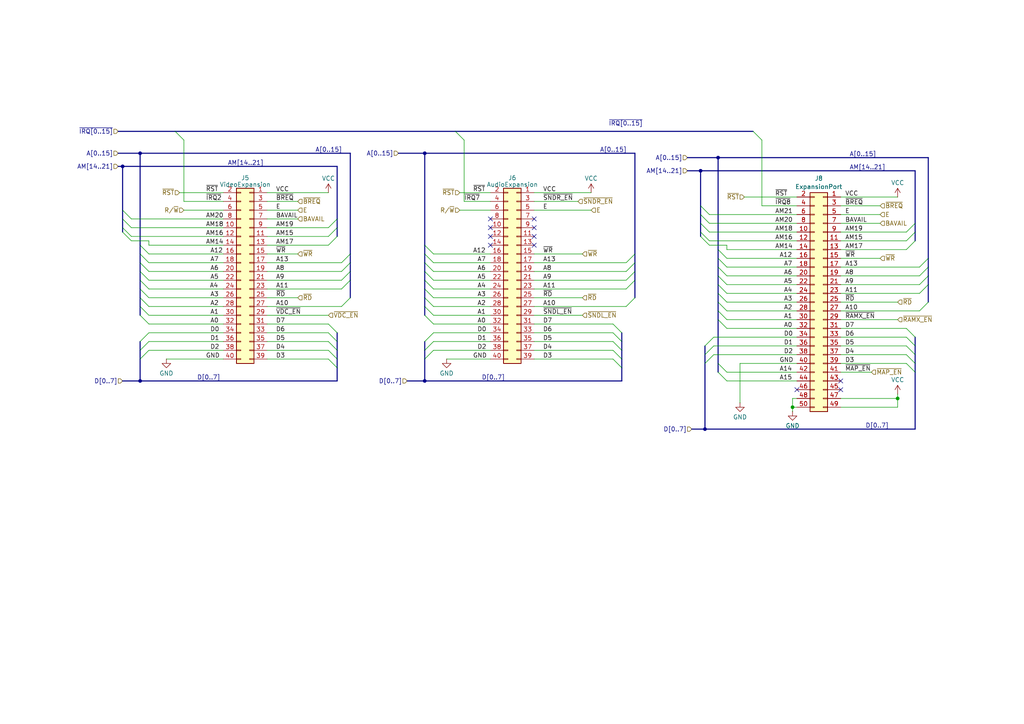
<source format=kicad_sch>
(kicad_sch (version 20231120) (generator "eeschema") (generator_version "8.0")
  (paper "A4")
  (lib_symbols
    (symbol "Connector_Generic:Conn_02x20_Odd_Even" (pin_names (offset 1.016) hide)
      (property "Reference" "J" (at 1.27 25.4 0))
      (property "Value" "Conn_02x20_Odd_Even" (at 1.27 -27.94 0))
      (symbol "Conn_02x20_Odd_Even_1_1"
        (rectangle (start -1.27 -25.273) (end 0 -25.527) (stroke (width 0.1524)))
        (rectangle (start -1.27 -22.733) (end 0 -22.987) (stroke (width 0.1524)))
        (rectangle (start -1.27 -20.193) (end 0 -20.447) (stroke (width 0.1524)))
        (rectangle (start -1.27 -17.653) (end 0 -17.907) (stroke (width 0.1524)))
        (rectangle (start -1.27 -15.113) (end 0 -15.367) (stroke (width 0.1524)))
        (rectangle (start -1.27 -12.573) (end 0 -12.827) (stroke (width 0.1524)))
        (rectangle (start -1.27 -10.033) (end 0 -10.287) (stroke (width 0.1524)))
        (rectangle (start -1.27 -7.493) (end 0 -7.747) (stroke (width 0.1524)))
        (rectangle (start -1.27 -4.953) (end 0 -5.207) (stroke (width 0.1524)))
        (rectangle (start -1.27 -2.413) (end 0 -2.667) (stroke (width 0.1524)))
        (rectangle (start -1.27 0.127) (end 0 -0.127) (stroke (width 0.1524)))
        (rectangle (start -1.27 2.667) (end 0 2.413) (stroke (width 0.1524)))
        (rectangle (start -1.27 5.207) (end 0 4.953) (stroke (width 0.1524)))
        (rectangle (start -1.27 7.747) (end 0 7.493) (stroke (width 0.1524)))
        (rectangle (start -1.27 10.287) (end 0 10.033) (stroke (width 0.1524)))
        (rectangle (start -1.27 12.827) (end 0 12.573) (stroke (width 0.1524)))
        (rectangle (start -1.27 15.367) (end 0 15.113) (stroke (width 0.1524)))
        (rectangle (start -1.27 17.907) (end 0 17.653) (stroke (width 0.1524)))
        (rectangle (start -1.27 20.447) (end 0 20.193) (stroke (width 0.1524)))
        (rectangle (start -1.27 22.987) (end 0 22.733) (stroke (width 0.1524)))
        (rectangle (start -1.27 24.13) (end 3.81 -26.67) (stroke (width 0.254)) (fill (type background)))
        (rectangle (start 3.81 -25.273) (end 2.54 -25.527) (stroke (width 0.1524)))
        (rectangle (start 3.81 -22.733) (end 2.54 -22.987) (stroke (width 0.1524)))
        (rectangle (start 3.81 -20.193) (end 2.54 -20.447) (stroke (width 0.1524)))
        (rectangle (start 3.81 -17.653) (end 2.54 -17.907) (stroke (width 0.1524)))
        (rectangle (start 3.81 -15.113) (end 2.54 -15.367) (stroke (width 0.1524)))
        (rectangle (start 3.81 -12.573) (end 2.54 -12.827) (stroke (width 0.1524)))
        (rectangle (start 3.81 -10.033) (end 2.54 -10.287) (stroke (width 0.1524)))
        (rectangle (start 3.81 -7.493) (end 2.54 -7.747) (stroke (width 0.1524)))
        (rectangle (start 3.81 -4.953) (end 2.54 -5.207) (stroke (width 0.1524)))
        (rectangle (start 3.81 -2.413) (end 2.54 -2.667) (stroke (width 0.1524)))
        (rectangle (start 3.81 0.127) (end 2.54 -0.127) (stroke (width 0.1524)))
        (rectangle (start 3.81 2.667) (end 2.54 2.413) (stroke (width 0.1524)))
        (rectangle (start 3.81 5.207) (end 2.54 4.953) (stroke (width 0.1524)))
        (rectangle (start 3.81 7.747) (end 2.54 7.493) (stroke (width 0.1524)))
        (rectangle (start 3.81 10.287) (end 2.54 10.033) (stroke (width 0.1524)))
        (rectangle (start 3.81 12.827) (end 2.54 12.573) (stroke (width 0.1524)))
        (rectangle (start 3.81 15.367) (end 2.54 15.113) (stroke (width 0.1524)))
        (rectangle (start 3.81 17.907) (end 2.54 17.653) (stroke (width 0.1524)))
        (rectangle (start 3.81 20.447) (end 2.54 20.193) (stroke (width 0.1524)))
        (rectangle (start 3.81 22.987) (end 2.54 22.733) (stroke (width 0.1524)))
        (pin passive line (at -5.08 22.86 0) (length 3.81) (name "Pin_1") (number "1"))
        (pin passive line (at 7.62 12.7 180) (length 3.81) (name "Pin_10") (number "10"))
        (pin passive line (at -5.08 10.16 0) (length 3.81) (name "Pin_11") (number "11"))
        (pin passive line (at 7.62 10.16 180) (length 3.81) (name "Pin_12") (number "12"))
        (pin passive line (at -5.08 7.62 0) (length 3.81) (name "Pin_13") (number "13"))
        (pin passive line (at 7.62 7.62 180) (length 3.81) (name "Pin_14") (number "14"))
        (pin passive line (at -5.08 5.08 0) (length 3.81) (name "Pin_15") (number "15"))
        (pin passive line (at 7.62 5.08 180) (length 3.81) (name "Pin_16") (number "16"))
        (pin passive line (at -5.08 2.54 0) (length 3.81) (name "Pin_17") (number "17"))
        (pin passive line (at 7.62 2.54 180) (length 3.81) (name "Pin_18") (number "18"))
        (pin passive line (at -5.08 0 0) (length 3.81) (name "Pin_19") (number "19"))
        (pin passive line (at 7.62 22.86 180) (length 3.81) (name "Pin_2") (number "2"))
        (pin passive line (at 7.62 0 180) (length 3.81) (name "Pin_20") (number "20"))
        (pin passive line (at -5.08 -2.54 0) (length 3.81) (name "Pin_21") (number "21"))
        (pin passive line (at 7.62 -2.54 180) (length 3.81) (name "Pin_22") (number "22"))
        (pin passive line (at -5.08 -5.08 0) (length 3.81) (name "Pin_23") (number "23"))
        (pin passive line (at 7.62 -5.08 180) (length 3.81) (name "Pin_24") (number "24"))
        (pin passive line (at -5.08 -7.62 0) (length 3.81) (name "Pin_25") (number "25"))
        (pin passive line (at 7.62 -7.62 180) (length 3.81) (name "Pin_26") (number "26"))
        (pin passive line (at -5.08 -10.16 0) (length 3.81) (name "Pin_27") (number "27"))
        (pin passive line (at 7.62 -10.16 180) (length 3.81) (name "Pin_28") (number "28"))
        (pin passive line (at -5.08 -12.7 0) (length 3.81) (name "Pin_29") (number "29"))
        (pin passive line (at -5.08 20.32 0) (length 3.81) (name "Pin_3") (number "3"))
        (pin passive line (at 7.62 -12.7 180) (length 3.81) (name "Pin_30") (number "30"))
        (pin passive line (at -5.08 -15.24 0) (length 3.81) (name "Pin_31") (number "31"))
        (pin passive line (at 7.62 -15.24 180) (length 3.81) (name "Pin_32") (number "32"))
        (pin passive line (at -5.08 -17.78 0) (length 3.81) (name "Pin_33") (number "33"))
        (pin passive line (at 7.62 -17.78 180) (length 3.81) (name "Pin_34") (number "34"))
        (pin passive line (at -5.08 -20.32 0) (length 3.81) (name "Pin_35") (number "35"))
        (pin passive line (at 7.62 -20.32 180) (length 3.81) (name "Pin_36") (number "36"))
        (pin passive line (at -5.08 -22.86 0) (length 3.81) (name "Pin_37") (number "37"))
        (pin passive line (at 7.62 -22.86 180) (length 3.81) (name "Pin_38") (number "38"))
        (pin passive line (at -5.08 -25.4 0) (length 3.81) (name "Pin_39") (number "39"))
        (pin passive line (at 7.62 20.32 180) (length 3.81) (name "Pin_4") (number "4"))
        (pin passive line (at 7.62 -25.4 180) (length 3.81) (name "Pin_40") (number "40"))
        (pin passive line (at -5.08 17.78 0) (length 3.81) (name "Pin_5") (number "5"))
        (pin passive line (at 7.62 17.78 180) (length 3.81) (name "Pin_6") (number "6"))
        (pin passive line (at -5.08 15.24 0) (length 3.81) (name "Pin_7") (number "7"))
        (pin passive line (at 7.62 15.24 180) (length 3.81) (name "Pin_8") (number "8"))
        (pin passive line (at -5.08 12.7 0) (length 3.81) (name "Pin_9") (number "9"))
      )
    )
    (symbol "Connector_Generic:Conn_02x25_Odd_Even" (pin_names (offset 1.016) hide)
      (property "Reference" "J" (at 1.27 33.02 0))
      (property "Value" "Conn_02x25_Odd_Even" (at 1.27 -33.02 0))
      (symbol "Conn_02x25_Odd_Even_1_1"
        (rectangle (start -1.27 -30.353) (end 0 -30.607) (stroke (width 0.1524)))
        (rectangle (start -1.27 -27.813) (end 0 -28.067) (stroke (width 0.1524)))
        (rectangle (start -1.27 -25.273) (end 0 -25.527) (stroke (width 0.1524)))
        (rectangle (start -1.27 -22.733) (end 0 -22.987) (stroke (width 0.1524)))
        (rectangle (start -1.27 -20.193) (end 0 -20.447) (stroke (width 0.1524)))
        (rectangle (start -1.27 -17.653) (end 0 -17.907) (stroke (width 0.1524)))
        (rectangle (start -1.27 -15.113) (end 0 -15.367) (stroke (width 0.1524)))
        (rectangle (start -1.27 -12.573) (end 0 -12.827) (stroke (width 0.1524)))
        (rectangle (start -1.27 -10.033) (end 0 -10.287) (stroke (width 0.1524)))
        (rectangle (start -1.27 -7.493) (end 0 -7.747) (stroke (width 0.1524)))
        (rectangle (start -1.27 -4.953) (end 0 -5.207) (stroke (width 0.1524)))
        (rectangle (start -1.27 -2.413) (end 0 -2.667) (stroke (width 0.1524)))
        (rectangle (start -1.27 0.127) (end 0 -0.127) (stroke (width 0.1524)))
        (rectangle (start -1.27 2.667) (end 0 2.413) (stroke (width 0.1524)))
        (rectangle (start -1.27 5.207) (end 0 4.953) (stroke (width 0.1524)))
        (rectangle (start -1.27 7.747) (end 0 7.493) (stroke (width 0.1524)))
        (rectangle (start -1.27 10.287) (end 0 10.033) (stroke (width 0.1524)))
        (rectangle (start -1.27 12.827) (end 0 12.573) (stroke (width 0.1524)))
        (rectangle (start -1.27 15.367) (end 0 15.113) (stroke (width 0.1524)))
        (rectangle (start -1.27 17.907) (end 0 17.653) (stroke (width 0.1524)))
        (rectangle (start -1.27 20.447) (end 0 20.193) (stroke (width 0.1524)))
        (rectangle (start -1.27 22.987) (end 0 22.733) (stroke (width 0.1524)))
        (rectangle (start -1.27 25.527) (end 0 25.273) (stroke (width 0.1524)))
        (rectangle (start -1.27 28.067) (end 0 27.813) (stroke (width 0.1524)))
        (rectangle (start -1.27 30.607) (end 0 30.353) (stroke (width 0.1524)))
        (rectangle (start -1.27 31.75) (end 3.81 -31.75) (stroke (width 0.254)) (fill (type background)))
        (rectangle (start 3.81 -30.353) (end 2.54 -30.607) (stroke (width 0.1524)))
        (rectangle (start 3.81 -27.813) (end 2.54 -28.067) (stroke (width 0.1524)))
        (rectangle (start 3.81 -25.273) (end 2.54 -25.527) (stroke (width 0.1524)))
        (rectangle (start 3.81 -22.733) (end 2.54 -22.987) (stroke (width 0.1524)))
        (rectangle (start 3.81 -20.193) (end 2.54 -20.447) (stroke (width 0.1524)))
        (rectangle (start 3.81 -17.653) (end 2.54 -17.907) (stroke (width 0.1524)))
        (rectangle (start 3.81 -15.113) (end 2.54 -15.367) (stroke (width 0.1524)))
        (rectangle (start 3.81 -12.573) (end 2.54 -12.827) (stroke (width 0.1524)))
        (rectangle (start 3.81 -10.033) (end 2.54 -10.287) (stroke (width 0.1524)))
        (rectangle (start 3.81 -7.493) (end 2.54 -7.747) (stroke (width 0.1524)))
        (rectangle (start 3.81 -4.953) (end 2.54 -5.207) (stroke (width 0.1524)))
        (rectangle (start 3.81 -2.413) (end 2.54 -2.667) (stroke (width 0.1524)))
        (rectangle (start 3.81 0.127) (end 2.54 -0.127) (stroke (width 0.1524)))
        (rectangle (start 3.81 2.667) (end 2.54 2.413) (stroke (width 0.1524)))
        (rectangle (start 3.81 5.207) (end 2.54 4.953) (stroke (width 0.1524)))
        (rectangle (start 3.81 7.747) (end 2.54 7.493) (stroke (width 0.1524)))
        (rectangle (start 3.81 10.287) (end 2.54 10.033) (stroke (width 0.1524)))
        (rectangle (start 3.81 12.827) (end 2.54 12.573) (stroke (width 0.1524)))
        (rectangle (start 3.81 15.367) (end 2.54 15.113) (stroke (width 0.1524)))
        (rectangle (start 3.81 17.907) (end 2.54 17.653) (stroke (width 0.1524)))
        (rectangle (start 3.81 20.447) (end 2.54 20.193) (stroke (width 0.1524)))
        (rectangle (start 3.81 22.987) (end 2.54 22.733) (stroke (width 0.1524)))
        (rectangle (start 3.81 25.527) (end 2.54 25.273) (stroke (width 0.1524)))
        (rectangle (start 3.81 28.067) (end 2.54 27.813) (stroke (width 0.1524)))
        (rectangle (start 3.81 30.607) (end 2.54 30.353) (stroke (width 0.1524)))
        (pin passive line (at -5.08 30.48 0) (length 3.81) (name "Pin_1") (number "1"))
        (pin passive line (at 7.62 20.32 180) (length 3.81) (name "Pin_10") (number "10"))
        (pin passive line (at -5.08 17.78 0) (length 3.81) (name "Pin_11") (number "11"))
        (pin passive line (at 7.62 17.78 180) (length 3.81) (name "Pin_12") (number "12"))
        (pin passive line (at -5.08 15.24 0) (length 3.81) (name "Pin_13") (number "13"))
        (pin passive line (at 7.62 15.24 180) (length 3.81) (name "Pin_14") (number "14"))
        (pin passive line (at -5.08 12.7 0) (length 3.81) (name "Pin_15") (number "15"))
        (pin passive line (at 7.62 12.7 180) (length 3.81) (name "Pin_16") (number "16"))
        (pin passive line (at -5.08 10.16 0) (length 3.81) (name "Pin_17") (number "17"))
        (pin passive line (at 7.62 10.16 180) (length 3.81) (name "Pin_18") (number "18"))
        (pin passive line (at -5.08 7.62 0) (length 3.81) (name "Pin_19") (number "19"))
        (pin passive line (at 7.62 30.48 180) (length 3.81) (name "Pin_2") (number "2"))
        (pin passive line (at 7.62 7.62 180) (length 3.81) (name "Pin_20") (number "20"))
        (pin passive line (at -5.08 5.08 0) (length 3.81) (name "Pin_21") (number "21"))
        (pin passive line (at 7.62 5.08 180) (length 3.81) (name "Pin_22") (number "22"))
        (pin passive line (at -5.08 2.54 0) (length 3.81) (name "Pin_23") (number "23"))
        (pin passive line (at 7.62 2.54 180) (length 3.81) (name "Pin_24") (number "24"))
        (pin passive line (at -5.08 0 0) (length 3.81) (name "Pin_25") (number "25"))
        (pin passive line (at 7.62 0 180) (length 3.81) (name "Pin_26") (number "26"))
        (pin passive line (at -5.08 -2.54 0) (length 3.81) (name "Pin_27") (number "27"))
        (pin passive line (at 7.62 -2.54 180) (length 3.81) (name "Pin_28") (number "28"))
        (pin passive line (at -5.08 -5.08 0) (length 3.81) (name "Pin_29") (number "29"))
        (pin passive line (at -5.08 27.94 0) (length 3.81) (name "Pin_3") (number "3"))
        (pin passive line (at 7.62 -5.08 180) (length 3.81) (name "Pin_30") (number "30"))
        (pin passive line (at -5.08 -7.62 0) (length 3.81) (name "Pin_31") (number "31"))
        (pin passive line (at 7.62 -7.62 180) (length 3.81) (name "Pin_32") (number "32"))
        (pin passive line (at -5.08 -10.16 0) (length 3.81) (name "Pin_33") (number "33"))
        (pin passive line (at 7.62 -10.16 180) (length 3.81) (name "Pin_34") (number "34"))
        (pin passive line (at -5.08 -12.7 0) (length 3.81) (name "Pin_35") (number "35"))
        (pin passive line (at 7.62 -12.7 180) (length 3.81) (name "Pin_36") (number "36"))
        (pin passive line (at -5.08 -15.24 0) (length 3.81) (name "Pin_37") (number "37"))
        (pin passive line (at 7.62 -15.24 180) (length 3.81) (name "Pin_38") (number "38"))
        (pin passive line (at -5.08 -17.78 0) (length 3.81) (name "Pin_39") (number "39"))
        (pin passive line (at 7.62 27.94 180) (length 3.81) (name "Pin_4") (number "4"))
        (pin passive line (at 7.62 -17.78 180) (length 3.81) (name "Pin_40") (number "40"))
        (pin passive line (at -5.08 -20.32 0) (length 3.81) (name "Pin_41") (number "41"))
        (pin passive line (at 7.62 -20.32 180) (length 3.81) (name "Pin_42") (number "42"))
        (pin passive line (at -5.08 -22.86 0) (length 3.81) (name "Pin_43") (number "43"))
        (pin passive line (at 7.62 -22.86 180) (length 3.81) (name "Pin_44") (number "44"))
        (pin passive line (at -5.08 -25.4 0) (length 3.81) (name "Pin_45") (number "45"))
        (pin passive line (at 7.62 -25.4 180) (length 3.81) (name "Pin_46") (number "46"))
        (pin passive line (at -5.08 -27.94 0) (length 3.81) (name "Pin_47") (number "47"))
        (pin passive line (at 7.62 -27.94 180) (length 3.81) (name "Pin_48") (number "48"))
        (pin passive line (at -5.08 -30.48 0) (length 3.81) (name "Pin_49") (number "49"))
        (pin passive line (at -5.08 25.4 0) (length 3.81) (name "Pin_5") (number "5"))
        (pin passive line (at 7.62 -30.48 180) (length 3.81) (name "Pin_50") (number "50"))
        (pin passive line (at 7.62 25.4 180) (length 3.81) (name "Pin_6") (number "6"))
        (pin passive line (at -5.08 22.86 0) (length 3.81) (name "Pin_7") (number "7"))
        (pin passive line (at 7.62 22.86 180) (length 3.81) (name "Pin_8") (number "8"))
        (pin passive line (at -5.08 20.32 0) (length 3.81) (name "Pin_9") (number "9"))
      )
    )
    (symbol "power:GND" (power) (pin_numbers hide) (pin_names (offset 0) hide)
      (property "Value" "GND" (at 0 -3.81 0))
      (symbol "GND_0_1"
        (polyline (pts (xy 0 0) (xy 0 -1.27) (xy 1.27 -1.27) (xy 0 -2.54) (xy -1.27 -1.27) (xy 0 -1.27)))
      )
      (symbol "GND_1_1"
        (pin power_in line (at 0 0 270) (length 0) (name "~") (number "1"))
      )
    )
    (symbol "power:VCC" (power) (pin_numbers hide) (pin_names (offset 0) hide)
      (property "Value" "VCC" (at 0 3.556 0))
      (symbol "VCC_0_1"
        (polyline (pts (xy -0.762 1.27) (xy 0 2.54)))
        (polyline (pts (xy 0 0) (xy 0 2.54)))
        (polyline (pts (xy 0 2.54) (xy 0.762 1.27)))
      )
      (symbol "VCC_1_1"
        (pin power_in line (at 0 0 90) (length 0) (name "~") (number "1"))
      )
    )
  )
  (junction (at 204.47 124.46))
  (junction (at 40.64 110.49))
  (junction (at 40.64 44.45))
  (junction (at 260.35 115.57))
  (junction (at 203.2 49.53))
  (junction (at 123.19 110.49))
  (junction (at 229.87 118.11))
  (junction (at 35.56 48.26))
  (junction (at 123.19 44.45))
  (junction (at 208.28 45.72))
  (no_connect (at 154.94 63.5))
  (no_connect (at 243.84 110.49))
  (no_connect (at 142.24 66.04))
  (no_connect (at 154.94 71.12))
  (no_connect (at 231.14 113.03))
  (no_connect (at 142.24 63.5))
  (no_connect (at 142.24 68.58))
  (no_connect (at 154.94 68.58))
  (no_connect (at 154.94 66.04))
  (no_connect (at 243.84 113.03))
  (no_connect (at 142.24 71.12))
  (bus_entry (at 205.74 64.77) (size -2.54 -2.54))
  (bus_entry (at 210.82 77.47) (size -2.54 -2.54))
  (bus_entry (at 43.18 88.9) (size -2.54 -2.54))
  (bus_entry (at 95.25 66.04) (size 2.54 -2.54))
  (bus_entry (at 40.64 99.06) (size 2.54 -2.54))
  (bus_entry (at 125.73 86.36) (size -2.54 -2.54))
  (bus_entry (at 266.7 85.09) (size 2.54 -2.54))
  (bus_entry (at 210.82 87.63) (size -2.54 -2.54))
  (bus_entry (at 43.18 81.28) (size -2.54 -2.54))
  (bus_entry (at 123.19 99.06) (size 2.54 -2.54))
  (bus_entry (at 210.82 92.71) (size -2.54 -2.54))
  (bus_entry (at 210.82 74.93) (size -2.54 -2.54))
  (bus_entry (at 205.74 71.12) (size -2.54 -2.54))
  (bus_entry (at 208.28 105.41) (size 2.54 2.54))
  (bus_entry (at 95.25 96.52) (size 2.54 2.54))
  (bus_entry (at 95.25 104.14) (size 2.54 2.54))
  (bus_entry (at 208.28 82.55) (size 2.54 2.54))
  (bus_entry (at 99.06 83.82) (size 2.54 -2.54))
  (bus_entry (at 95.25 93.98) (size 2.54 2.54))
  (bus_entry (at 262.89 100.33) (size 2.54 2.54))
  (bus_entry (at 262.89 97.79) (size 2.54 2.54))
  (bus_entry (at 262.89 69.85) (size 2.54 -2.54))
  (bus_entry (at 205.74 69.85) (size -2.54 -2.54))
  (bus_entry (at 35.56 66.04) (size 2.54 2.54))
  (bus_entry (at 204.47 105.41) (size 2.54 -2.54))
  (bus_entry (at 95.25 101.6) (size 2.54 2.54))
  (bus_entry (at 266.7 80.01) (size 2.54 -2.54))
  (bus_entry (at 43.18 73.66) (size -2.54 -2.54))
  (bus_entry (at 99.06 78.74) (size 2.54 -2.54))
  (bus_entry (at 177.8 99.06) (size 2.54 2.54))
  (bus_entry (at 43.18 91.44) (size -2.54 -2.54))
  (bus_entry (at 205.74 62.23) (size -2.54 -2.54))
  (bus_entry (at 99.06 81.28) (size 2.54 -2.54))
  (bus_entry (at 204.47 102.87) (size 2.54 -2.54))
  (bus_entry (at 35.56 60.96) (size 2.54 2.54))
  (bus_entry (at 40.64 101.6) (size 2.54 -2.54))
  (bus_entry (at 43.18 78.74) (size -2.54 -2.54))
  (bus_entry (at 35.56 67.31) (size 2.54 2.54))
  (bus_entry (at 262.89 72.39) (size 2.54 -2.54))
  (bus_entry (at 123.19 101.6) (size 2.54 -2.54))
  (bus_entry (at 177.8 93.98) (size 2.54 2.54))
  (bus_entry (at 40.64 104.14) (size 2.54 -2.54))
  (bus_entry (at 35.56 63.5) (size 2.54 2.54))
  (bus_entry (at 205.74 67.31) (size -2.54 -2.54))
  (bus_entry (at 181.61 81.28) (size 2.54 -2.54))
  (bus_entry (at 43.18 86.36) (size -2.54 -2.54))
  (bus_entry (at 95.25 68.58) (size 2.54 -2.54))
  (bus_entry (at 43.18 83.82) (size -2.54 -2.54))
  (bus_entry (at 262.89 102.87) (size 2.54 2.54))
  (bus_entry (at 125.73 88.9) (size -2.54 -2.54))
  (bus_entry (at 262.89 95.25) (size 2.54 2.54))
  (bus_entry (at 204.47 100.33) (size 2.54 -2.54))
  (bus_entry (at 95.25 71.12) (size 2.54 -2.54))
  (bus_entry (at 208.28 107.95) (size 2.54 2.54))
  (bus_entry (at 125.73 91.44) (size -2.54 -2.54))
  (bus_entry (at 210.82 80.01) (size -2.54 -2.54))
  (bus_entry (at 123.19 104.14) (size 2.54 -2.54))
  (bus_entry (at 132.08 38.1) (size 2.54 2.54))
  (bus_entry (at 181.61 76.2) (size 2.54 -2.54))
  (bus_entry (at 181.61 78.74) (size 2.54 -2.54))
  (bus_entry (at 210.82 95.25) (size -2.54 -2.54))
  (bus_entry (at 181.61 88.9) (size 2.54 -2.54))
  (bus_entry (at 125.73 81.28) (size -2.54 -2.54))
  (bus_entry (at 125.73 73.66) (size -2.54 -2.54))
  (bus_entry (at 266.7 77.47) (size 2.54 -2.54))
  (bus_entry (at 50.8 38.1) (size 2.54 2.54))
  (bus_entry (at 99.06 88.9) (size 2.54 -2.54))
  (bus_entry (at 177.8 101.6) (size 2.54 2.54))
  (bus_entry (at 262.89 67.31) (size 2.54 -2.54))
  (bus_entry (at 99.06 76.2) (size 2.54 -2.54))
  (bus_entry (at 43.18 76.2) (size -2.54 -2.54))
  (bus_entry (at 218.44 38.1) (size 2.54 2.54))
  (bus_entry (at 43.18 93.98) (size -2.54 -2.54))
  (bus_entry (at 266.7 82.55) (size 2.54 -2.54))
  (bus_entry (at 266.7 90.17) (size 2.54 -2.54))
  (bus_entry (at 210.82 90.17) (size -2.54 -2.54))
  (bus_entry (at 125.73 93.98) (size -2.54 -2.54))
  (bus_entry (at 177.8 104.14) (size 2.54 2.54))
  (bus_entry (at 95.25 99.06) (size 2.54 2.54))
  (bus_entry (at 123.19 81.28) (size 2.54 2.54))
  (bus_entry (at 125.73 76.2) (size -2.54 -2.54))
  (bus_entry (at 262.89 105.41) (size 2.54 2.54))
  (bus_entry (at 210.82 82.55) (size -2.54 -2.54))
  (bus_entry (at 125.73 78.74) (size -2.54 -2.54))
  (bus_entry (at 177.8 96.52) (size 2.54 2.54))
  (bus_entry (at 181.61 83.82) (size 2.54 -2.54))
  (bus (pts (xy 265.43 105.41) (xy 265.43 107.95)))
  (bus (pts (xy 97.79 99.06) (xy 97.79 101.6)))
  (wire (pts (xy 243.84 57.15) (xy 260.35 57.15)))
  (bus (pts (xy 184.15 73.66) (xy 184.15 76.2)))
  (wire (pts (xy 229.87 118.11) (xy 231.14 118.11)))
  (wire (pts (xy 125.73 88.9) (xy 142.24 88.9)))
  (bus (pts (xy 40.64 81.28) (xy 40.64 78.74)))
  (bus (pts (xy 97.79 104.14) (xy 97.79 106.68)))
  (bus (pts (xy 265.43 64.77) (xy 265.43 49.53)))
  (wire (pts (xy 210.82 80.01) (xy 231.14 80.01)))
  (wire (pts (xy 231.14 115.57) (xy 229.87 115.57)))
  (bus (pts (xy 180.34 106.68) (xy 180.34 110.49)))
  (bus (pts (xy 180.34 104.14) (xy 180.34 106.68)))
  (bus (pts (xy 40.64 91.44) (xy 40.64 88.9)))
  (wire (pts (xy 154.94 81.28) (xy 181.61 81.28)))
  (wire (pts (xy 43.18 93.98) (xy 64.77 93.98)))
  (wire (pts (xy 243.84 85.09) (xy 266.7 85.09)))
  (bus (pts (xy 101.6 81.28) (xy 101.6 86.36)))
  (bus (pts (xy 123.19 78.74) (xy 123.19 76.2)))
  (wire (pts (xy 77.47 86.36) (xy 86.36 86.36)))
  (wire (pts (xy 133.35 55.88) (xy 142.24 55.88)))
  (bus (pts (xy 200.66 124.46) (xy 204.47 124.46)))
  (wire (pts (xy 43.18 88.9) (xy 64.77 88.9)))
  (bus (pts (xy 40.64 44.45) (xy 101.6 44.45)))
  (wire (pts (xy 214.63 105.41) (xy 231.14 105.41)))
  (bus (pts (xy 97.79 66.04) (xy 97.79 63.5)))
  (bus (pts (xy 208.28 72.39) (xy 208.28 74.93)))
  (bus (pts (xy 265.43 67.31) (xy 265.43 64.77)))
  (bus (pts (xy 269.24 45.72) (xy 269.24 74.93)))
  (wire (pts (xy 133.35 60.96) (xy 142.24 60.96)))
  (bus (pts (xy 101.6 78.74) (xy 101.6 81.28)))
  (wire (pts (xy 77.47 99.06) (xy 95.25 99.06)))
  (wire (pts (xy 77.47 68.58) (xy 95.25 68.58)))
  (bus (pts (xy 101.6 76.2) (xy 101.6 78.74)))
  (wire (pts (xy 243.84 80.01) (xy 266.7 80.01)))
  (wire (pts (xy 220.98 59.69) (xy 231.14 59.69)))
  (bus (pts (xy 208.28 77.47) (xy 208.28 74.93)))
  (wire (pts (xy 43.18 71.12) (xy 64.77 71.12)))
  (wire (pts (xy 154.94 96.52) (xy 177.8 96.52)))
  (bus (pts (xy 180.34 110.49) (xy 123.19 110.49)))
  (bus (pts (xy 265.43 69.85) (xy 265.43 67.31)))
  (wire (pts (xy 229.87 115.57) (xy 229.87 118.11)))
  (wire (pts (xy 125.73 96.52) (xy 142.24 96.52)))
  (wire (pts (xy 43.18 78.74) (xy 64.77 78.74)))
  (bus (pts (xy 40.64 73.66) (xy 40.64 71.12)))
  (bus (pts (xy 208.28 92.71) (xy 208.28 105.41)))
  (bus (pts (xy 101.6 73.66) (xy 101.6 76.2)))
  (wire (pts (xy 210.82 72.39) (xy 231.14 72.39)))
  (wire (pts (xy 77.47 55.88) (xy 95.25 55.88)))
  (wire (pts (xy 125.73 93.98) (xy 142.24 93.98)))
  (bus (pts (xy 123.19 78.74) (xy 123.19 81.28)))
  (wire (pts (xy 243.84 92.71) (xy 260.35 92.71)))
  (wire (pts (xy 210.82 87.63) (xy 231.14 87.63)))
  (wire (pts (xy 77.47 76.2) (xy 99.06 76.2)))
  (bus (pts (xy 184.15 81.28) (xy 184.15 86.36)))
  (wire (pts (xy 243.84 100.33) (xy 262.89 100.33)))
  (wire (pts (xy 77.47 78.74) (xy 99.06 78.74)))
  (wire (pts (xy 125.73 83.82) (xy 142.24 83.82)))
  (wire (pts (xy 243.84 90.17) (xy 266.7 90.17)))
  (wire (pts (xy 77.47 73.66) (xy 86.36 73.66)))
  (wire (pts (xy 220.98 40.64) (xy 220.98 59.69)))
  (wire (pts (xy 77.47 83.82) (xy 99.06 83.82)))
  (bus (pts (xy 208.28 82.55) (xy 208.28 85.09)))
  (wire (pts (xy 154.94 55.88) (xy 171.45 55.88)))
  (bus (pts (xy 123.19 99.06) (xy 123.19 101.6)))
  (bus (pts (xy 123.19 44.45) (xy 123.19 71.12)))
  (bus (pts (xy 40.64 110.49) (xy 35.56 110.49)))
  (bus (pts (xy 208.28 80.01) (xy 208.28 77.47)))
  (bus (pts (xy 203.2 62.23) (xy 203.2 64.77)))
  (bus (pts (xy 123.19 104.14) (xy 123.19 110.49)))
  (bus (pts (xy 50.8 38.1) (xy 132.08 38.1)))
  (wire (pts (xy 53.34 60.96) (xy 64.77 60.96)))
  (wire (pts (xy 43.18 101.6) (xy 64.77 101.6)))
  (wire (pts (xy 210.82 107.95) (xy 231.14 107.95)))
  (wire (pts (xy 210.82 85.09) (xy 231.14 85.09)))
  (bus (pts (xy 97.79 101.6) (xy 97.79 104.14)))
  (wire (pts (xy 38.1 66.04) (xy 64.77 66.04)))
  (wire (pts (xy 53.34 40.64) (xy 53.34 58.42)))
  (wire (pts (xy 243.84 87.63) (xy 260.35 87.63)))
  (bus (pts (xy 208.28 90.17) (xy 208.28 87.63)))
  (wire (pts (xy 243.84 72.39) (xy 262.89 72.39)))
  (wire (pts (xy 243.84 59.69) (xy 255.27 59.69)))
  (wire (pts (xy 125.73 76.2) (xy 142.24 76.2)))
  (bus (pts (xy 40.64 86.36) (xy 40.64 83.82)))
  (bus (pts (xy 269.24 77.47) (xy 269.24 80.01)))
  (wire (pts (xy 154.94 58.42) (xy 167.64 58.42)))
  (bus (pts (xy 208.28 105.41) (xy 208.28 107.95)))
  (bus (pts (xy 132.08 38.1) (xy 218.44 38.1)))
  (bus (pts (xy 269.24 80.01) (xy 269.24 82.55)))
  (wire (pts (xy 77.47 71.12) (xy 95.25 71.12)))
  (wire (pts (xy 207.01 97.79) (xy 231.14 97.79)))
  (bus (pts (xy 208.28 92.71) (xy 208.28 90.17)))
  (wire (pts (xy 243.84 97.79) (xy 262.89 97.79)))
  (wire (pts (xy 38.1 68.58) (xy 64.77 68.58)))
  (wire (pts (xy 243.84 64.77) (xy 255.27 64.77)))
  (bus (pts (xy 97.79 63.5) (xy 97.79 48.26)))
  (bus (pts (xy 208.28 80.01) (xy 208.28 82.55)))
  (wire (pts (xy 38.1 63.5) (xy 64.77 63.5)))
  (wire (pts (xy 43.18 99.06) (xy 64.77 99.06)))
  (wire (pts (xy 154.94 101.6) (xy 177.8 101.6)))
  (wire (pts (xy 125.73 86.36) (xy 142.24 86.36)))
  (wire (pts (xy 77.47 91.44) (xy 95.25 91.44)))
  (wire (pts (xy 154.94 86.36) (xy 168.91 86.36)))
  (wire (pts (xy 43.18 83.82) (xy 64.77 83.82)))
  (wire (pts (xy 154.94 83.82) (xy 181.61 83.82)))
  (bus (pts (xy 208.28 45.72) (xy 269.24 45.72)))
  (bus (pts (xy 40.64 78.74) (xy 40.64 76.2)))
  (wire (pts (xy 125.73 73.66) (xy 142.24 73.66)))
  (bus (pts (xy 40.64 101.6) (xy 40.64 104.14)))
  (wire (pts (xy 207.01 100.33) (xy 231.14 100.33)))
  (bus (pts (xy 269.24 74.93) (xy 269.24 77.47)))
  (wire (pts (xy 207.01 102.87) (xy 231.14 102.87)))
  (wire (pts (xy 43.18 91.44) (xy 64.77 91.44)))
  (bus (pts (xy 115.57 44.45) (xy 123.19 44.45)))
  (bus (pts (xy 40.64 99.06) (xy 40.64 101.6)))
  (wire (pts (xy 77.47 58.42) (xy 86.36 58.42)))
  (bus (pts (xy 203.2 67.31) (xy 203.2 68.58)))
  (wire (pts (xy 43.18 69.85) (xy 43.18 71.12)))
  (bus (pts (xy 180.34 101.6) (xy 180.34 104.14)))
  (bus (pts (xy 123.19 81.28) (xy 123.19 83.82)))
  (wire (pts (xy 210.82 110.49) (xy 231.14 110.49)))
  (wire (pts (xy 125.73 81.28) (xy 142.24 81.28)))
  (wire (pts (xy 243.84 115.57) (xy 260.35 115.57)))
  (wire (pts (xy 77.47 81.28) (xy 99.06 81.28)))
  (bus (pts (xy 123.19 86.36) (xy 123.19 83.82)))
  (wire (pts (xy 215.9 57.15) (xy 231.14 57.15)))
  (wire (pts (xy 243.84 82.55) (xy 266.7 82.55)))
  (wire (pts (xy 260.35 114.3) (xy 260.35 115.57)))
  (bus (pts (xy 34.29 44.45) (xy 40.64 44.45)))
  (wire (pts (xy 77.47 60.96) (xy 86.36 60.96)))
  (wire (pts (xy 154.94 104.14) (xy 177.8 104.14)))
  (bus (pts (xy 184.15 78.74) (xy 184.15 81.28)))
  (wire (pts (xy 154.94 88.9) (xy 181.61 88.9)))
  (wire (pts (xy 38.1 69.85) (xy 43.18 69.85)))
  (wire (pts (xy 154.94 76.2) (xy 181.61 76.2)))
  (wire (pts (xy 205.74 62.23) (xy 231.14 62.23)))
  (wire (pts (xy 77.47 101.6) (xy 95.25 101.6)))
  (bus (pts (xy 203.2 59.69) (xy 203.2 62.23)))
  (wire (pts (xy 129.54 104.14) (xy 142.24 104.14)))
  (bus (pts (xy 35.56 66.04) (xy 35.56 67.31)))
  (wire (pts (xy 210.82 92.71) (xy 231.14 92.71)))
  (bus (pts (xy 97.79 96.52) (xy 97.79 99.06)))
  (bus (pts (xy 123.19 110.49) (xy 118.11 110.49)))
  (wire (pts (xy 243.84 77.47) (xy 266.7 77.47)))
  (bus (pts (xy 180.34 99.06) (xy 180.34 101.6)))
  (wire (pts (xy 210.82 71.12) (xy 210.82 72.39)))
  (bus (pts (xy 265.43 102.87) (xy 265.43 105.41)))
  (bus (pts (xy 208.28 45.72) (xy 208.28 72.39)))
  (wire (pts (xy 229.87 118.11) (xy 229.87 119.38)))
  (wire (pts (xy 260.35 115.57) (xy 260.35 118.11)))
  (bus (pts (xy 123.19 76.2) (xy 123.19 73.66)))
  (wire (pts (xy 77.47 63.5) (xy 86.36 63.5)))
  (bus (pts (xy 199.39 49.53) (xy 203.2 49.53)))
  (bus (pts (xy 265.43 49.53) (xy 203.2 49.53)))
  (wire (pts (xy 205.74 69.85) (xy 231.14 69.85)))
  (bus (pts (xy 199.39 45.72) (xy 208.28 45.72)))
  (wire (pts (xy 205.74 67.31) (xy 231.14 67.31)))
  (bus (pts (xy 35.56 48.26) (xy 97.79 48.26)))
  (wire (pts (xy 205.74 64.77) (xy 231.14 64.77)))
  (wire (pts (xy 77.47 104.14) (xy 95.25 104.14)))
  (bus (pts (xy 97.79 106.68) (xy 97.79 110.49)))
  (wire (pts (xy 43.18 81.28) (xy 64.77 81.28)))
  (bus (pts (xy 265.43 100.33) (xy 265.43 102.87)))
  (wire (pts (xy 205.74 71.12) (xy 210.82 71.12)))
  (bus (pts (xy 204.47 105.41) (xy 204.47 102.87)))
  (wire (pts (xy 125.73 101.6) (xy 142.24 101.6)))
  (wire (pts (xy 210.82 77.47) (xy 231.14 77.47)))
  (bus (pts (xy 269.24 82.55) (xy 269.24 87.63)))
  (wire (pts (xy 210.82 82.55) (xy 231.14 82.55)))
  (wire (pts (xy 210.82 90.17) (xy 231.14 90.17)))
  (wire (pts (xy 134.62 58.42) (xy 142.24 58.42)))
  (wire (pts (xy 154.94 78.74) (xy 181.61 78.74)))
  (bus (pts (xy 35.56 63.5) (xy 35.56 66.04)))
  (wire (pts (xy 125.73 99.06) (xy 142.24 99.06)))
  (bus (pts (xy 184.15 76.2) (xy 184.15 78.74)))
  (wire (pts (xy 48.26 104.14) (xy 64.77 104.14)))
  (bus (pts (xy 208.28 85.09) (xy 208.28 87.63)))
  (wire (pts (xy 154.94 73.66) (xy 168.91 73.66)))
  (bus (pts (xy 40.64 76.2) (xy 40.64 73.66)))
  (bus (pts (xy 204.47 124.46) (xy 265.43 124.46)))
  (wire (pts (xy 210.82 74.93) (xy 231.14 74.93)))
  (bus (pts (xy 34.29 38.1) (xy 50.8 38.1)))
  (bus (pts (xy 123.19 88.9) (xy 123.19 86.36)))
  (bus (pts (xy 265.43 107.95) (xy 265.43 124.46)))
  (bus (pts (xy 204.47 102.87) (xy 204.47 100.33)))
  (wire (pts (xy 52.07 55.88) (xy 64.77 55.88)))
  (bus (pts (xy 40.64 104.14) (xy 40.64 110.49)))
  (wire (pts (xy 154.94 93.98) (xy 177.8 93.98)))
  (wire (pts (xy 77.47 96.52) (xy 95.25 96.52)))
  (wire (pts (xy 243.84 95.25) (xy 262.89 95.25)))
  (wire (pts (xy 125.73 91.44) (xy 142.24 91.44)))
  (bus (pts (xy 97.79 68.58) (xy 97.79 66.04)))
  (wire (pts (xy 243.84 67.31) (xy 262.89 67.31)))
  (wire (pts (xy 43.18 96.52) (xy 64.77 96.52)))
  (wire (pts (xy 154.94 91.44) (xy 168.91 91.44)))
  (wire (pts (xy 243.84 105.41) (xy 262.89 105.41)))
  (bus (pts (xy 40.64 88.9) (xy 40.64 86.36)))
  (wire (pts (xy 77.47 88.9) (xy 99.06 88.9)))
  (bus (pts (xy 180.34 96.52) (xy 180.34 99.06)))
  (wire (pts (xy 53.34 58.42) (xy 64.77 58.42)))
  (wire (pts (xy 243.84 107.95) (xy 252.73 107.95)))
  (bus (pts (xy 101.6 44.45) (xy 101.6 73.66)))
  (wire (pts (xy 43.18 86.36) (xy 64.77 86.36)))
  (bus (pts (xy 123.19 91.44) (xy 123.19 88.9)))
  (wire (pts (xy 125.73 78.74) (xy 142.24 78.74)))
  (wire (pts (xy 260.35 118.11) (xy 243.84 118.11)))
  (bus (pts (xy 35.56 48.26) (xy 35.56 60.96)))
  (wire (pts (xy 214.63 116.84) (xy 214.63 105.41)))
  (bus (pts (xy 97.79 110.49) (xy 40.64 110.49)))
  (wire (pts (xy 243.84 102.87) (xy 262.89 102.87)))
  (wire (pts (xy 77.47 66.04) (xy 95.25 66.04)))
  (bus (pts (xy 203.2 49.53) (xy 203.2 59.69)))
  (bus (pts (xy 184.15 44.45) (xy 184.15 73.66)))
  (bus (pts (xy 40.64 83.82) (xy 40.64 81.28)))
  (wire (pts (xy 243.84 62.23) (xy 255.27 62.23)))
  (wire (pts (xy 243.84 69.85) (xy 262.89 69.85)))
  (bus (pts (xy 265.43 97.79) (xy 265.43 100.33)))
  (bus (pts (xy 35.56 60.96) (xy 35.56 63.5)))
  (wire (pts (xy 43.18 73.66) (xy 64.77 73.66)))
  (wire (pts (xy 134.62 40.64) (xy 134.62 58.42)))
  (bus (pts (xy 40.64 44.45) (xy 40.64 71.12)))
  (bus (pts (xy 34.29 48.26) (xy 35.56 48.26)))
  (wire (pts (xy 77.47 93.98) (xy 95.25 93.98)))
  (wire (pts (xy 154.94 99.06) (xy 177.8 99.06)))
  (bus (pts (xy 203.2 64.77) (xy 203.2 67.31)))
  (bus (pts (xy 123.19 73.66) (xy 123.19 71.12)))
  (wire (pts (xy 154.94 60.96) (xy 171.45 60.96)))
  (wire (pts (xy 210.82 95.25) (xy 231.14 95.25)))
  (wire (pts (xy 243.84 74.93) (xy 255.27 74.93)))
  (bus (pts (xy 204.47 105.41) (xy 204.47 124.46)))
  (wire (pts (xy 43.18 76.2) (xy 64.77 76.2)))
  (bus (pts (xy 123.19 101.6) (xy 123.19 104.14)))
  (bus (pts (xy 123.19 44.45) (xy 184.15 44.45)))
  (label "A5" (at 60.96 81.28 0))
  (label "GND" (at 59.69 104.14 0))
  (label "AM14" (at 59.69 71.12 0))
  (label "A12" (at 137.16 73.66 0))
  (label "D1" (at 60.96 99.06 0))
  (label "A1" (at 60.96 91.44 0))
  (label "~{RD}" (at 245.11 87.63 0))
  (label "~{RST}" (at 224.79 57.15 0))
  (label "A1" (at 138.43 91.44 0))
  (label "~{WR}" (at 80.01 73.66 0))
  (label "A5" (at 138.43 81.28 0))
  (label "~{VDC_EN}" (at 80.01 91.44 0))
  (label "A10" (at 157.48 88.9 0))
  (label "A8" (at 157.48 78.74 0))
  (label "D6" (at 80.01 96.52 0))
  (label "AM16" (at 59.69 68.58 0))
  (label "A6" (at 60.96 78.74 0))
  (label "AM[14..21]" (at 66.04 48.26 0))
  (label "~{SNDL_EN}" (at 157.48 91.44 0))
  (label "E" (at 80.01 60.96 0))
  (label "D6" (at 245.11 97.79 0))
  (label "D[0..7]" (at 257.81 124.46 180))
  (label "A2" (at 60.96 88.9 0))
  (label "D2" (at 138.43 101.6 0))
  (label "A0" (at 138.43 93.98 0))
  (label "AM16" (at 224.79 69.85 0))
  (label "~{RST}" (at 137.16 55.88 0))
  (label "AM15" (at 80.01 68.58 0))
  (label "D0" (at 227.33 97.79 0))
  (label "D4" (at 245.11 102.87 0))
  (label "A12" (at 60.96 73.66 0))
  (label "A1" (at 227.33 92.71 0))
  (label "D7" (at 157.48 93.98 0))
  (label "D0" (at 138.43 96.52 0))
  (label "~{IRQ8}" (at 224.79 59.69 0))
  (label "E" (at 245.11 62.23 0))
  (label "A7" (at 138.43 76.2 0))
  (label "A6" (at 138.43 78.74 0))
  (label "A3" (at 227.33 87.63 0))
  (label "D4" (at 157.48 101.6 0))
  (label "~{RD}" (at 80.01 86.36 0))
  (label "D3" (at 157.48 104.14 0))
  (label "~{RD}" (at 157.48 86.36 0))
  (label "AM17" (at 245.11 72.39 0))
  (label "A13" (at 157.48 76.2 0))
  (label "A9" (at 80.01 81.28 0))
  (label "A9" (at 245.11 82.55 0))
  (label "A15" (at 226.06 110.49 0))
  (label "A14" (at 226.06 107.95 0))
  (label "A4" (at 227.33 85.09 0))
  (label "AM20" (at 59.69 63.5 0))
  (label "A[0..15]" (at 173.99 44.45 0))
  (label "AM15" (at 245.11 69.85 0))
  (label "D3" (at 245.11 105.41 0))
  (label "BAVAIL" (at 80.01 63.5 0))
  (label "A4" (at 60.8162 83.82 0))
  (label "A6" (at 227.33 80.01 0))
  (label "AM20" (at 224.79 64.77 0))
  (label "A[0..15]" (at 246.38 45.72 0))
  (label "~{MAP_EN}" (at 245.11 107.95 0))
  (label "GND" (at 226.06 105.41 0))
  (label "D0" (at 60.96 96.52 0))
  (label "A10" (at 80.01 88.9 0))
  (label "D[0..7]" (at 57.15 110.49 0))
  (label "D4" (at 80.01 101.6 0))
  (label "A13" (at 245.11 77.47 0))
  (label "D5" (at 157.48 99.06 0))
  (label "VCC" (at 80.01 55.88 0))
  (label "~{IRQ2}" (at 59.69 58.42 0))
  (label "AM[14..21]" (at 246.38 49.53 0))
  (label "A9" (at 157.48 81.28 0))
  (label "D1" (at 138.43 99.06 0))
  (label "D5" (at 80.01 99.06 0))
  (label "A11" (at 157.48 83.82 0))
  (label "D5" (at 245.11 100.33 0))
  (label "A8" (at 80.01 78.74 0))
  (label "D7" (at 245.11 95.25 0))
  (label "AM18" (at 224.79 67.31 0))
  (label "~{BREQ}" (at 80.01 58.42 0))
  (label "~{WR}" (at 157.48 73.66 0))
  (label "A7" (at 60.96 76.2 0))
  (label "AM21" (at 224.79 62.23 0))
  (label "BAVAIL" (at 245.11 64.77 0))
  (label "A11" (at 245.11 85.09 0))
  (label "A12" (at 226.06 74.93 0))
  (label "~{SNDR_EN}" (at 157.48 58.42 0))
  (label "D2" (at 227.33 102.87 0))
  (label "A2" (at 138.43 88.9 0))
  (label "AM19" (at 80.01 66.04 0))
  (label "~{RST}" (at 59.69 55.88 0))
  (label "AM17" (at 80.01 71.12 0))
  (label "AM19" (at 245.11 67.31 0))
  (label "D7" (at 80.01 93.98 0))
  (label "D2" (at 60.96 101.6 0))
  (label "VCC" (at 245.11 57.15 0))
  (label "D3" (at 80.01 104.14 0))
  (label "A3" (at 138.43 86.36 0))
  (label "A7" (at 227.33 77.47 0))
  (label "VCC" (at 157.48 55.88 0))
  (label "A8" (at 245.11 80.01 0))
  (label "~{WR}" (at 245.11 74.93 0))
  (label "AM18" (at 59.69 66.04 0))
  (label "D[0..7]" (at 139.7 110.49 0))
  (label "A11" (at 80.01 83.82 0))
  (label "D6" (at 157.48 96.52 0))
  (label "A5" (at 227.33 82.55 0))
  (label "A0" (at 227.33 95.25 0))
  (label "A3" (at 60.96 86.36 0))
  (label "AM14" (at 224.79 72.39 0))
  (label "D1" (at 227.33 100.33 0))
  (label "E" (at 157.48 60.96 0))
  (label "A10" (at 245.11 90.17 0))
  (label "GND" (at 137.16 104.14 0))
  (label "A2" (at 227.33 90.17 0))
  (label "A0" (at 60.96 93.98 0))
  (label "A[0..15]" (at 91.44 44.45 0))
  (label "~{BREQ}" (at 245.11 59.69 0))
  (label "~{RAMX_EN}" (at 245.11 92.71 0))
  (label "~{IRQ[0..15]}" (at 176.53 36.83 0))
  (label "A4" (at 138.43 83.82 0))
  (label "~{IRQ7}" (at 134.62 58.42 0))
  (label "A13" (at 80.01 76.2 0))
  (hierarchical_label "R{slash}~{W}" (shape input) (at 53.34 60.96 180))
  (hierarchical_label "A[0..15]" (shape input) (at 199.39 45.72 180))
  (hierarchical_label "~{WR}" (shape input) (at 255.27 74.93 0))
  (hierarchical_label "~{WR}" (shape input) (at 168.91 73.66 0))
  (hierarchical_label "A[0..15]" (shape input) (at 115.57 44.45 180))
  (hierarchical_label "A[0..15]" (shape input) (at 34.29 44.45 180))
  (hierarchical_label "~{RD}" (shape input) (at 168.91 86.36 0))
  (hierarchical_label "~{VDC_EN}" (shape input) (at 95.25 91.44 0))
  (hierarchical_label "~{SNDL_EN}" (shape input) (at 168.91 91.44 0))
  (hierarchical_label "~{RST}" (shape input) (at 52.07 55.88 180))
  (hierarchical_label "~{RD}" (shape input) (at 86.36 86.36 0))
  (hierarchical_label "BAVAIL" (shape input) (at 255.27 64.77 0))
  (hierarchical_label "~{IRQ[0..15]}" (shape input) (at 34.29 38.1 180))
  (hierarchical_label "E" (shape input) (at 86.36 60.96 0))
  (hierarchical_label "AM[14..21]" (shape input) (at 199.39 49.53 180))
  (hierarchical_label "~{SNDR_EN}" (shape input) (at 167.64 58.42 0))
  (hierarchical_label "~{RD}" (shape input) (at 260.35 87.63 0))
  (hierarchical_label "D[0..7]" (shape input) (at 200.66 124.46 180))
  (hierarchical_label "BAVAIL" (shape input) (at 86.36 63.5 0))
  (hierarchical_label "~{RST}" (shape input) (at 215.9 57.15 180))
  (hierarchical_label "~{MAP_EN}" (shape input) (at 252.73 107.95 0))
  (hierarchical_label "~{RST}" (shape input) (at 133.35 55.88 180))
  (hierarchical_label "D[0..7]" (shape input) (at 35.56 110.49 180))
  (hierarchical_label "R{slash}~{W}" (shape input) (at 133.35 60.96 180))
  (hierarchical_label "~{BREQ}" (shape input) (at 255.27 59.69 0))
  (hierarchical_label "~{BREQ}" (shape input) (at 86.36 58.42 0))
  (hierarchical_label "AM[14..21]" (shape input) (at 34.29 48.26 180))
  (hierarchical_label "E" (shape input) (at 255.27 62.23 0))
  (hierarchical_label "D[0..7]" (shape input) (at 118.11 110.49 180))
  (hierarchical_label "~{WR}" (shape input) (at 86.36 73.66 0))
  (hierarchical_label "E" (shape input) (at 171.45 60.96 0))
  (hierarchical_label "~{RAMX_EN}" (shape input) (at 260.35 92.71 0))
  (symbol (lib_id "power:VCC") (at 260.35 57.15 0) (unit 1)
    (property "Reference" "#PWR089" (effects (hide yes)))
    (property "Value" "VCC" (at 260.35 53.0169 0))
    (property "Description" "Power symbol creates a global label with name \"VCC\"" (effects (hide yes)))
  )
  (symbol (lib_id "power:VCC") (at 260.35 114.3 0) (unit 1)
    (property "Reference" "#PWR010" (effects (hide yes)))
    (property "Value" "VCC" (at 260.35 110.1669 0))
    (property "Description" "Power symbol creates a global label with name \"VCC\"" (effects (hide yes)))
  )
  (symbol (lib_id "power:GND") (at 129.54 104.14 0) (unit 1)
    (property "Reference" "#PWR052" (effects (hide yes)))
    (property "Value" "GND" (at 129.54 108.2731 0))
    (property "Description" "Power symbol creates a global label with name \"GND\" , ground" (effects (hide yes)))
  )
  (symbol (lib_id "power:VCC") (at 171.45 55.88 0) (unit 1)
    (property "Reference" "#PWR057" (effects (hide yes)))
    (property "Value" "VCC" (at 171.45 51.7469 0))
    (property "Description" "Power symbol creates a global label with name \"VCC\"" (effects (hide yes)))
  )
  (symbol (lib_id "power:GND") (at 48.26 104.14 0) (unit 1)
    (property "Reference" "#PWR044" (effects (hide yes)))
    (property "Value" "GND" (at 48.26 108.2731 0))
    (property "Description" "Power symbol creates a global label with name \"GND\" , ground" (effects (hide yes)))
  )
  (symbol (lib_id "Connector_Generic:Conn_02x20_Odd_Even") (at 149.86 78.74 0) (mirror y) (unit 1)
    (property "Reference" "J6" (at 148.59 51.6001 0))
    (property "Value" "AudioExpansion" (at 148.59 53.5211 0))
    (property "Footprint" "Connector_PinHeader_2.54mm:PinHeader_2x20_P2.54mm_Vertical" (effects (hide yes)))
  )
  (symbol (lib_id "power:GND") (at 214.63 116.84 0) (unit 1)
    (property "Reference" "#PWR045" (effects (hide yes)))
    (property "Value" "GND" (at 214.63 120.9731 0))
    (property "Description" "Power symbol creates a global label with name \"GND\" , ground" (effects (hide yes)))
  )
  (symbol (lib_id "Connector_Generic:Conn_02x25_Odd_Even") (at 238.76 87.63 0) (mirror y) (unit 1)
    (property "Reference" "J8" (at 237.49 51.7355 0))
    (property "Value" "ExpansionPort" (at 237.49 54.1598 0))
    (property "Footprint" "Connector_PinSocket_2.54mm:PinSocket_2x25_P2.54mm_Vertical" (effects (hide yes)))
    (property "Description" "Generic connector, double row, 02x25, odd/even pin numbering scheme (row 1 odd numbers, row 2 even numbers), script generated (kicad-library-utils/schlib/autogen/connector/)" (effects (hide yes)))
  )
  (symbol (lib_id "power:GND") (at 229.87 119.38 0) (unit 1)
    (property "Reference" "#PWR09" (effects (hide yes)))
    (property "Value" "GND" (at 229.87 123.5131 0))
    (property "Description" "Power symbol creates a global label with name \"GND\" , ground" (effects (hide yes)))
  )
  (symbol (lib_id "Connector_Generic:Conn_02x20_Odd_Even") (at 72.39 78.74 0) (mirror y) (unit 1)
    (property "Reference" "J5" (at 71.12 51.6001 0))
    (property "Value" "VideoExpansion" (at 71.12 53.5211 0))
    (property "Footprint" "Connector_PinHeader_2.54mm:PinHeader_2x20_P2.54mm_Vertical" (effects (hide yes)))
  )
  (symbol (lib_id "power:VCC") (at 95.25 55.88 0) (unit 1)
    (property "Reference" "#PWR053" (effects (hide yes)))
    (property "Value" "VCC" (at 95.25 51.7469 0))
    (property "Description" "Power symbol creates a global label with name \"VCC\"" (effects (hide yes)))
  )
)
</source>
